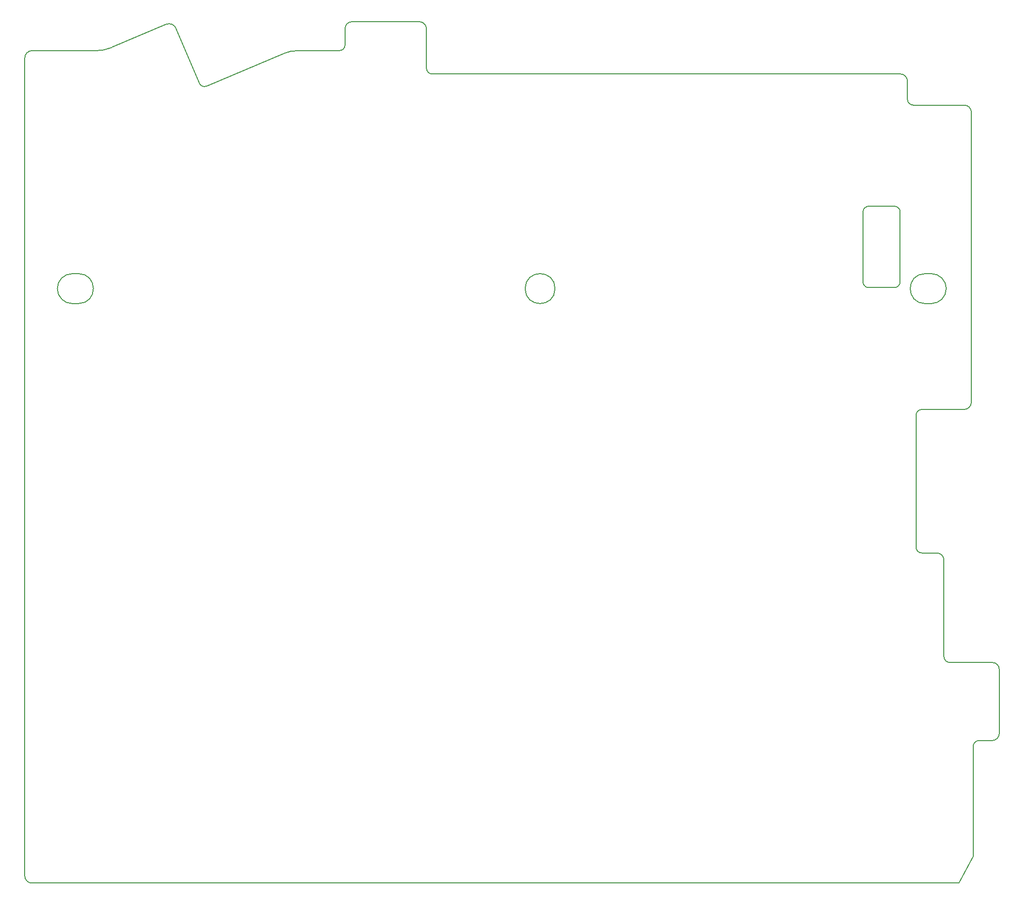
<source format=gbr>
%TF.GenerationSoftware,KiCad,Pcbnew,8.0.2*%
%TF.CreationDate,2024-11-08T18:32:23-08:00*%
%TF.ProjectId,gh80-5000-left,67683830-2d35-4303-9030-2d6c6566742e,rev?*%
%TF.SameCoordinates,Original*%
%TF.FileFunction,Profile,NP*%
%FSLAX46Y46*%
G04 Gerber Fmt 4.6, Leading zero omitted, Abs format (unit mm)*
G04 Created by KiCad (PCBNEW 8.0.2) date 2024-11-08 18:32:23*
%MOMM*%
%LPD*%
G01*
G04 APERTURE LIST*
%TA.AperFunction,Profile*%
%ADD10C,0.130000*%
%TD*%
G04 APERTURE END LIST*
D10*
X243291250Y-173795027D02*
G75*
G02*
X242041253Y-175045050I-1250050J27D01*
G01*
X122580414Y-56355027D02*
X129756253Y-56355027D01*
X228961250Y-119075027D02*
X228961250Y-141775027D01*
X219831250Y-84115027D02*
G75*
G02*
X220831253Y-83115050I999950J27D01*
G01*
X130756250Y-55355027D02*
X130756250Y-52605027D01*
X231586253Y-94715027D02*
G75*
G02*
X231586253Y-99864973I47J-2574973D01*
G01*
X229961253Y-142775027D02*
G75*
G02*
X228961273Y-141775027I47J1000027D01*
G01*
X130756250Y-52605027D02*
G75*
G02*
X132006253Y-51355050I1249950J27D01*
G01*
X238481250Y-116825027D02*
G75*
G02*
X237231253Y-118075050I-1250050J27D01*
G01*
X144756253Y-52605027D02*
X144756250Y-52605027D01*
X230536253Y-94715027D02*
X231586253Y-94715027D01*
X226231250Y-96115027D02*
G75*
G02*
X225231253Y-97115050I-1000050J27D01*
G01*
X233761250Y-144025027D02*
X233761250Y-160605027D01*
X83856253Y-99865027D02*
G75*
G02*
X83856253Y-94715033I-3J2574997D01*
G01*
X233761253Y-144025027D02*
X233761250Y-144025027D01*
X236391250Y-199565027D02*
X238791250Y-194965027D01*
X130756250Y-55355027D02*
G75*
G02*
X129756253Y-56355050I-1000050J27D01*
G01*
X228961250Y-119075027D02*
G75*
G02*
X229961253Y-118075050I999950J27D01*
G01*
X225231253Y-97115027D02*
X220831253Y-97115027D01*
X230536253Y-99865027D02*
X231586253Y-99865027D01*
X237231253Y-65715027D02*
G75*
G02*
X238481273Y-66965027I47J-1249973D01*
G01*
X76931253Y-199565027D02*
G75*
G02*
X75681273Y-198315027I47J1250027D01*
G01*
X219831250Y-96115027D02*
X219831250Y-84115027D01*
X144756253Y-59355027D02*
X144756250Y-59355027D01*
X242041253Y-161605027D02*
G75*
G02*
X243291273Y-162855027I47J-1249973D01*
G01*
X120223100Y-56831977D02*
X106988982Y-62449527D01*
X232511253Y-142775027D02*
G75*
G02*
X233761273Y-144025027I47J-1249973D01*
G01*
X238481250Y-66965027D02*
X238481250Y-116825027D01*
X132006253Y-51355027D02*
X143506253Y-51355027D01*
X75681250Y-57605027D02*
G75*
G02*
X76931253Y-56355050I1249950J27D01*
G01*
X105677731Y-61919760D02*
X101669692Y-52477412D01*
X219831253Y-96115027D02*
X219831250Y-96115027D01*
X234761253Y-161605027D02*
G75*
G02*
X233761273Y-160605027I47J1000027D01*
G01*
X233761253Y-160605027D02*
X233761250Y-160605027D01*
X226231250Y-84115027D02*
X226231250Y-96115027D01*
X228481253Y-65715027D02*
G75*
G02*
X227481273Y-64715027I47J1000027D01*
G01*
X226231253Y-60355027D02*
G75*
G02*
X227481273Y-61605027I47J-1249973D01*
G01*
X76931253Y-56355027D02*
X87931253Y-56355027D01*
X238791250Y-176045027D02*
X238791250Y-194965027D01*
X120223100Y-56831977D02*
G75*
G02*
X122580414Y-56355046I2344300J-5522923D01*
G01*
X144756250Y-52605027D02*
X144756250Y-59355027D01*
X238791250Y-176045027D02*
G75*
G02*
X239791253Y-175045050I999950J27D01*
G01*
X90666370Y-55798560D02*
G75*
G02*
X87931253Y-56355044I-2735170J6443560D01*
G01*
X220831253Y-83115027D02*
X225231253Y-83115027D01*
X227481253Y-61605027D02*
X227481250Y-61605027D01*
X227481250Y-64715027D02*
X227481250Y-61605027D01*
X230536253Y-99865027D02*
G75*
G02*
X230536253Y-94714973I47J2575027D01*
G01*
X237231253Y-118075027D02*
X229961253Y-118075027D01*
X228481253Y-65715027D02*
X237231253Y-65715027D01*
X100033758Y-51822340D02*
X90666370Y-55798560D01*
X243291250Y-162855027D02*
X243291250Y-173795027D01*
X83856253Y-94715027D02*
X84906253Y-94715027D01*
X75681250Y-57605027D02*
X75681250Y-198315027D01*
X166881250Y-97290027D02*
G75*
G02*
X161731250Y-97290027I-2575000J0D01*
G01*
X161731250Y-97290027D02*
G75*
G02*
X166881250Y-97290027I2575000J0D01*
G01*
X76931253Y-199565027D02*
X236391250Y-199565027D01*
X238481253Y-66965027D02*
X238481250Y-66965027D01*
X220831253Y-97115027D02*
G75*
G02*
X219831273Y-96115027I47J1000027D01*
G01*
X226231253Y-84115027D02*
X226231250Y-84115027D01*
X242041253Y-175045027D02*
X239791253Y-175045027D01*
X227481253Y-64715027D02*
X227481250Y-64715027D01*
X243291253Y-162855027D02*
X243291250Y-162855027D01*
X75681253Y-198315027D02*
X75681250Y-198315027D01*
X234761253Y-161605027D02*
X242041253Y-161605027D01*
X145756253Y-60355027D02*
G75*
G02*
X144756273Y-59355027I47J1000027D01*
G01*
X229961253Y-142775027D02*
X232511253Y-142775027D01*
X143506253Y-51355027D02*
G75*
G02*
X144756273Y-52605027I47J-1249973D01*
G01*
X228961253Y-141775027D02*
X228961250Y-141775027D01*
X83856253Y-99865027D02*
X84906253Y-99865027D01*
X225231253Y-83115027D02*
G75*
G02*
X226231273Y-84115027I47J-999973D01*
G01*
X145756253Y-60355027D02*
X226231253Y-60355027D01*
X100033758Y-51822340D02*
G75*
G02*
X101669735Y-52477393I488442J-1150560D01*
G01*
X106988982Y-62449527D02*
G75*
G02*
X105677795Y-61919733I-390682J920527D01*
G01*
X84906253Y-94715027D02*
G75*
G02*
X84906253Y-99865033I-3J-2575003D01*
G01*
M02*

</source>
